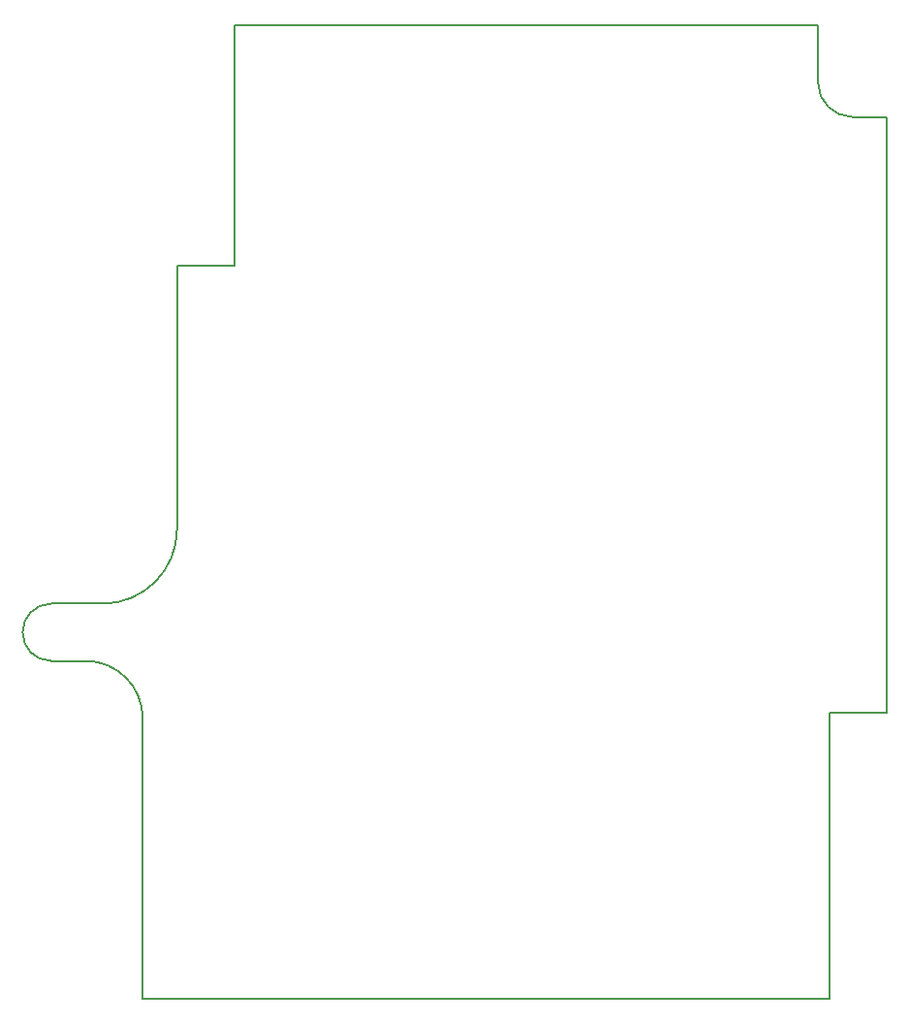
<source format=gbr>
G04 #@! TF.FileFunction,Profile,NP*
%FSLAX46Y46*%
G04 Gerber Fmt 4.6, Leading zero omitted, Abs format (unit mm)*
G04 Created by KiCad (PCBNEW 4.0.4-stable) date 12/27/16 19:45:48*
%MOMM*%
%LPD*%
G01*
G04 APERTURE LIST*
%ADD10C,0.100000*%
%ADD11C,0.150000*%
G04 APERTURE END LIST*
D10*
D11*
X7500000Y-50500000D02*
X3000000Y-50500000D01*
X19000000Y-21000000D02*
X14000000Y-21000000D01*
X14000000Y-21000000D02*
X14000000Y-44000000D01*
X7500000Y-50500000D02*
G75*
G03X14000000Y-44000000I0J6500000D01*
G01*
X11000000Y-60500000D02*
X11000000Y-85000000D01*
X6000000Y-55500000D02*
X3000000Y-55500000D01*
X11000000Y-60500000D02*
G75*
G03X6000000Y-55500000I-5000000J0D01*
G01*
X500000Y-53000000D02*
G75*
G03X3000000Y-55500000I2500000J0D01*
G01*
X3000000Y-50500000D02*
G75*
G03X500000Y-53000000I0J-2500000D01*
G01*
X19000000Y0D02*
X19000000Y-21000000D01*
X71000000Y-60000000D02*
X71000000Y-85000000D01*
X76000000Y-60000000D02*
X71000000Y-60000000D01*
X76000000Y-8000000D02*
X76000000Y-60000000D01*
X70000000Y0D02*
X19000000Y0D01*
X70000000Y-5000000D02*
X70000000Y0D01*
X73000000Y-8000000D02*
X76000000Y-8000000D01*
X70000000Y-5000000D02*
G75*
G03X73000000Y-8000000I3000000J0D01*
G01*
X11000000Y-85000000D02*
X71000000Y-85000000D01*
M02*

</source>
